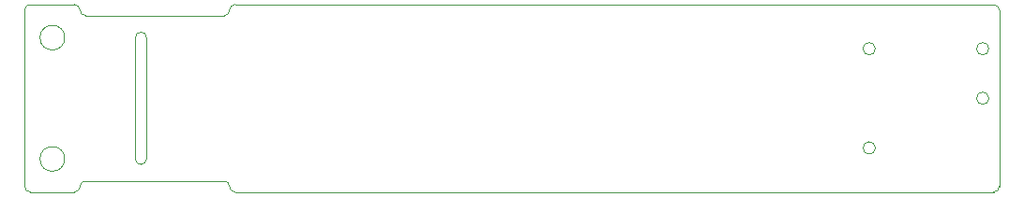
<source format=gm1>
%TF.GenerationSoftware,KiCad,Pcbnew,(6.0.5)*%
%TF.CreationDate,2022-06-23T16:37:56+12:00*%
%TF.ProjectId,OpenEFCS_electronics,4f70656e-4546-4435-935f-656c65637472,rev?*%
%TF.SameCoordinates,Original*%
%TF.FileFunction,Profile,NP*%
%FSLAX46Y46*%
G04 Gerber Fmt 4.6, Leading zero omitted, Abs format (unit mm)*
G04 Created by KiCad (PCBNEW (6.0.5)) date 2022-06-23 16:37:56*
%MOMM*%
%LPD*%
G01*
G04 APERTURE LIST*
%TA.AperFunction,Profile*%
%ADD10C,0.050000*%
%TD*%
G04 APERTURE END LIST*
D10*
X46000000Y-108000000D02*
X114500000Y-108000000D01*
X32000000Y-91500000D02*
G75*
G03*
X32500000Y-92000000I500000J0D01*
G01*
X45500000Y-107500000D02*
G75*
G03*
X45000000Y-107000000I-500000J0D01*
G01*
X38000000Y-105000000D02*
X38000000Y-94000000D01*
X27500000Y-91000000D02*
G75*
G03*
X27000000Y-91500000I0J-500000D01*
G01*
X114059017Y-99500000D02*
G75*
G03*
X114059017Y-99500000I-559017J0D01*
G01*
X45000000Y-92000000D02*
G75*
G03*
X45500000Y-91500000I0J500000D01*
G01*
X30618034Y-94000000D02*
G75*
G03*
X30618034Y-94000000I-1118034J0D01*
G01*
X45500000Y-107500000D02*
G75*
G03*
X46000000Y-108000000I500000J0D01*
G01*
X103809017Y-95000000D02*
G75*
G03*
X103809017Y-95000000I-559017J0D01*
G01*
X30618034Y-105000000D02*
G75*
G03*
X30618034Y-105000000I-1118034J0D01*
G01*
X32500000Y-107000000D02*
X45000000Y-107000000D01*
X31500000Y-108000000D02*
G75*
G03*
X32000000Y-107500000I0J500000D01*
G01*
X27500000Y-108000000D02*
X31500000Y-108000000D01*
X115000000Y-91500000D02*
X115000000Y-107500000D01*
X32500000Y-107000000D02*
G75*
G03*
X32000000Y-107500000I0J-500000D01*
G01*
X114500000Y-108000000D02*
G75*
G03*
X115000000Y-107500000I0J500000D01*
G01*
X38000000Y-94000000D02*
G75*
G03*
X37000000Y-94000000I-500000J0D01*
G01*
X27000000Y-107500000D02*
X27000000Y-91500000D01*
X37000000Y-94000000D02*
X37000000Y-105000000D01*
X32500000Y-92000000D02*
X45000000Y-92000000D01*
X37000000Y-105000000D02*
G75*
G03*
X38000000Y-105000000I500000J0D01*
G01*
X114500000Y-91000000D02*
X46000000Y-91000000D01*
X32000000Y-91500000D02*
G75*
G03*
X31500000Y-91000000I-500000J0D01*
G01*
X114059017Y-95000000D02*
G75*
G03*
X114059017Y-95000000I-559017J0D01*
G01*
X27500000Y-91000000D02*
X31500000Y-91000000D01*
X46000000Y-91000000D02*
G75*
G03*
X45500000Y-91500000I0J-500000D01*
G01*
X115000000Y-91500000D02*
G75*
G03*
X114500000Y-91000000I-500000J0D01*
G01*
X27000000Y-107500000D02*
G75*
G03*
X27500000Y-108000000I500000J0D01*
G01*
X103809017Y-104000000D02*
G75*
G03*
X103809017Y-104000000I-559017J0D01*
G01*
M02*

</source>
